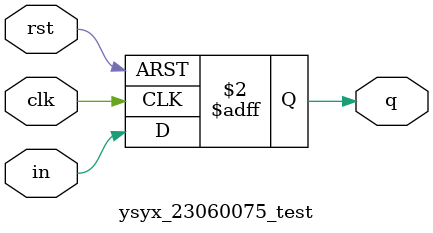
<source format=v>
module ysyx_23060075_test (
    input  wire clk,
    input  wire rst,
    input  wire in,
    output reg  q
);

    always @(posedge clk, posedge rst) begin
        if (rst) begin
            q <= 1'b0;
        end else begin
            q <= in;
        end
    end

endmodule

</source>
